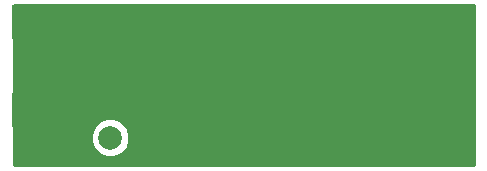
<source format=gbl>
G04 #@! TF.GenerationSoftware,KiCad,Pcbnew,5.0.2-bee76a0~70~ubuntu16.04.1*
G04 #@! TF.CreationDate,2019-03-07T18:54:15-05:00*
G04 #@! TF.ProjectId,lna,6c6e612e-6b69-4636-9164-5f7063625858,rev?*
G04 #@! TF.SameCoordinates,Original*
G04 #@! TF.FileFunction,Copper,L2,Bot*
G04 #@! TF.FilePolarity,Positive*
%FSLAX46Y46*%
G04 Gerber Fmt 4.6, Leading zero omitted, Abs format (unit mm)*
G04 Created by KiCad (PCBNEW 5.0.2-bee76a0~70~ubuntu16.04.1) date Thu 07 Mar 2019 06:54:15 PM EST*
%MOMM*%
%LPD*%
G01*
G04 APERTURE LIST*
G04 #@! TA.AperFunction,SMDPad,CuDef*
%ADD10R,5.000000X3.000000*%
G04 #@! TD*
G04 #@! TA.AperFunction,ComponentPad*
%ADD11C,1.998980*%
G04 #@! TD*
G04 #@! TA.AperFunction,ViaPad*
%ADD12C,0.685800*%
G04 #@! TD*
G04 #@! TA.AperFunction,Conductor*
%ADD13C,0.254000*%
G04 #@! TD*
G04 APERTURE END LIST*
D10*
G04 #@! TO.P,J1,2*
G04 #@! TO.N,GND*
X73660000Y-70926000D03*
X73660000Y-78426000D03*
G04 #@! TD*
G04 #@! TO.P,J2,2*
G04 #@! TO.N,GND*
X107950000Y-70926000D03*
X107950000Y-78426000D03*
G04 #@! TD*
D11*
G04 #@! TO.P,GND,1*
G04 #@! TO.N,GND*
X79502000Y-70866000D03*
G04 #@! TD*
G04 #@! TO.P,VDD,1*
G04 #@! TO.N,VDD*
X79502000Y-80772000D03*
G04 #@! TD*
D12*
G04 #@! TO.N,GND*
X106680000Y-78740000D03*
X73660000Y-78740000D03*
X71755000Y-79375000D03*
X71755000Y-78105000D03*
X71755000Y-72390000D03*
X73660000Y-72390000D03*
X74930000Y-72390000D03*
X71755000Y-71120000D03*
X71755000Y-69850000D03*
X73660000Y-69850000D03*
X75565000Y-69850000D03*
X106045000Y-69850000D03*
X107315000Y-69850000D03*
X108585000Y-69850000D03*
X109855000Y-69850000D03*
X109855000Y-71120000D03*
X109855000Y-72390000D03*
X109855000Y-77470000D03*
X109855000Y-78740000D03*
X102616000Y-82296000D03*
X102616000Y-79756000D03*
X102616000Y-77216000D03*
X95504000Y-80518000D03*
X94996000Y-75692000D03*
X96012000Y-75692000D03*
X94996000Y-73406000D03*
X96012000Y-73406000D03*
X97028000Y-73406000D03*
X98044000Y-73406000D03*
X99314000Y-73406000D03*
X100584000Y-73152000D03*
X101600000Y-73152000D03*
X102616000Y-73152000D03*
X103632000Y-73406000D03*
X96520000Y-80518000D03*
X104394000Y-75692000D03*
X103378000Y-75946000D03*
X102362000Y-76200000D03*
X103632000Y-77216000D03*
X103632000Y-79756000D03*
X103632000Y-82296000D03*
X104775000Y-82550000D03*
X106045000Y-82550000D03*
X107315000Y-82550000D03*
X108585000Y-82550000D03*
X109855000Y-82550000D03*
X109855000Y-81280000D03*
X109855000Y-80010000D03*
X92710000Y-73406000D03*
X93726000Y-73152000D03*
X91694000Y-73152000D03*
X90678000Y-73406000D03*
X89662000Y-73406000D03*
X88646000Y-73406000D03*
X87630000Y-73406000D03*
X86614000Y-73406000D03*
X85344000Y-73152000D03*
X84074000Y-73152000D03*
X82804000Y-73152000D03*
X81534000Y-73406000D03*
X80264000Y-73152000D03*
X79248000Y-73152000D03*
X77724000Y-73152000D03*
X84836000Y-76200000D03*
X83566000Y-76200000D03*
X82296000Y-75946000D03*
X81026000Y-75946000D03*
X79756000Y-76200000D03*
X78486000Y-76200000D03*
X77216000Y-75946000D03*
X92710000Y-76454000D03*
X104648000Y-69850000D03*
X103124000Y-69850000D03*
X101600000Y-69850000D03*
X99695000Y-69850000D03*
X97790000Y-69850000D03*
X95885000Y-69850000D03*
X93980000Y-69850000D03*
X92075000Y-69850000D03*
X90170000Y-69850000D03*
X88265000Y-69850000D03*
X86360000Y-69850000D03*
X84455000Y-69850000D03*
X81915000Y-69850000D03*
X77470000Y-69850000D03*
X71755000Y-76835000D03*
X73025000Y-76835000D03*
X74295000Y-76835000D03*
X75565000Y-76835000D03*
X76200000Y-72390000D03*
X71755000Y-80645000D03*
X71755000Y-81915000D03*
X73025000Y-82550000D03*
X74295000Y-82550000D03*
X76200000Y-82550000D03*
X78105000Y-82550000D03*
X76200000Y-78740000D03*
X78740000Y-78740000D03*
X81280000Y-78740000D03*
X83820000Y-71120000D03*
X88900000Y-71120000D03*
X93980000Y-71120000D03*
X99060000Y-71120000D03*
X104140000Y-71120000D03*
X106680000Y-81280000D03*
G04 #@! TD*
D13*
G04 #@! TO.N,GND*
G36*
X110288001Y-83110000D02*
X71322000Y-83110000D01*
X71322000Y-80446880D01*
X77867510Y-80446880D01*
X77867510Y-81097120D01*
X78116346Y-81697864D01*
X78576136Y-82157654D01*
X79176880Y-82406490D01*
X79827120Y-82406490D01*
X80427864Y-82157654D01*
X80887654Y-81697864D01*
X81136490Y-81097120D01*
X81136490Y-80446880D01*
X80887654Y-79846136D01*
X80427864Y-79386346D01*
X79827120Y-79137510D01*
X79176880Y-79137510D01*
X78576136Y-79386346D01*
X78116346Y-79846136D01*
X77867510Y-80446880D01*
X71322000Y-80446880D01*
X71322000Y-69544000D01*
X110288000Y-69544000D01*
X110288001Y-83110000D01*
X110288001Y-83110000D01*
G37*
X110288001Y-83110000D02*
X71322000Y-83110000D01*
X71322000Y-80446880D01*
X77867510Y-80446880D01*
X77867510Y-81097120D01*
X78116346Y-81697864D01*
X78576136Y-82157654D01*
X79176880Y-82406490D01*
X79827120Y-82406490D01*
X80427864Y-82157654D01*
X80887654Y-81697864D01*
X81136490Y-81097120D01*
X81136490Y-80446880D01*
X80887654Y-79846136D01*
X80427864Y-79386346D01*
X79827120Y-79137510D01*
X79176880Y-79137510D01*
X78576136Y-79386346D01*
X78116346Y-79846136D01*
X77867510Y-80446880D01*
X71322000Y-80446880D01*
X71322000Y-69544000D01*
X110288000Y-69544000D01*
X110288001Y-83110000D01*
G04 #@! TD*
M02*

</source>
